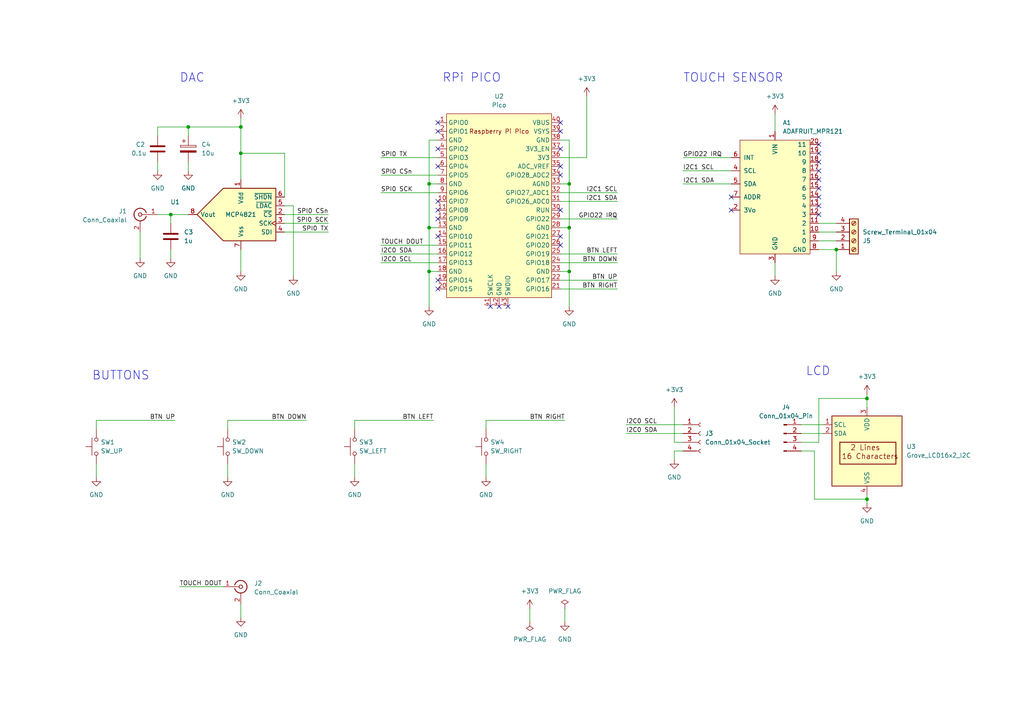
<source format=kicad_sch>
(kicad_sch (version 20250114) (generator "eeschema") (generator_version "9.0")
  (paper "A4")
  (title_block (date "2023-11-15"))
  (lib_symbols
    (symbol "AG_Displays:Grove_LCD16x2_I2C"
      (property "Reference" "U" (at -8.89 11.43 0))
      (property "Value" "Grove_LCD16x2_I2C" (at 3.556 11.684 0))
      (symbol "Grove_LCD16x2_I2C_0_0"
        (rectangle (start -7.874 2.54) (end 8.382 -3.81) (stroke (width 0.254)))
      )
      (symbol "Grove_LCD16x2_I2C_0_1"
        (rectangle (start -10.16 10.16) (end 10.16 -10.16) (stroke (width 0.254)) (fill (type background)))
      )
      (symbol "Grove_LCD16x2_I2C_1_0"
        (text "16 Characters" (at -7.366 -1.524 0) (effects (font (size 1.524 1.524)) (justify left)))
        (text "2 Lines" (at -4.826 1.016 0) (effects (font (size 1.524 1.524)) (justify left)))
      )
      (symbol "Grove_LCD16x2_I2C_1_1"
        (pin input line (at -12.7 7.62 0) (length 2.54) (name "SCL") (number "1"))
        (pin bidirectional line (at -12.7 5.08 0) (length 2.54) (name "SDA") (number "2"))
        (pin power_in line (at 0 12.7 270) (length 2.54) (name "VDD") (number "3"))
        (pin power_in line (at 0 -12.7 90) (length 2.54) (name "VSS") (number "4"))
      )
    )
    (symbol "AG_Sensors:ADAFRUIT_MPR121" (pin_names (offset 1.016))
      (property "Reference" "A" (at 5.08 13.97 0))
      (property "Value" "ADAFRUIT_MPR121" (at 2.54 16.51 0))
      (symbol "ADAFRUIT_MPR121_1_1"
        (rectangle (start -8.89 11.43) (end 11.43 -21.59) (fill (type background)))
        (pin passive line (at -11.43 6.35 0) (length 2.54) (name "INT") (number "6"))
        (pin passive line (at -11.43 2.54 0) (length 2.54) (name "SCL") (number "4"))
        (pin passive line (at -11.43 -1.27 0) (length 2.54) (name "SDA") (number "5"))
        (pin passive line (at -11.43 -5.08 0) (length 2.54) (name "ADDR") (number "7"))
        (pin power_out line (at -11.43 -8.89 0) (length 2.54) (name "3Vo") (number "2"))
        (pin power_in line (at 1.27 13.97 270) (length 2.54) (name "VIN") (number "1"))
        (pin power_in line (at 1.27 -24.13 90) (length 2.54) (name "GND") (number "3"))
        (pin passive line (at 13.97 10.16 180) (length 2.54) (name "11") (number "20"))
        (pin passive line (at 13.97 7.62 180) (length 2.54) (name "10") (number "19"))
        (pin passive line (at 13.97 5.08 180) (length 2.54) (name "9") (number "18"))
        (pin passive line (at 13.97 2.54 180) (length 2.54) (name "8") (number "17"))
        (pin passive line (at 13.97 0 180) (length 2.54) (name "7") (number "16"))
        (pin passive line (at 13.97 -2.54 180) (length 2.54) (name "6") (number "15"))
        (pin passive line (at 13.97 -5.08 180) (length 2.54) (name "5") (number "14"))
        (pin passive line (at 13.97 -7.62 180) (length 2.54) (name "4") (number "13"))
        (pin passive line (at 13.97 -10.16 180) (length 2.54) (name "3") (number "12"))
        (pin passive line (at 13.97 -12.7 180) (length 2.54) (name "2") (number "11"))
        (pin passive line (at 13.97 -15.24 180) (length 2.54) (name "1") (number "10"))
        (pin passive line (at 13.97 -17.78 180) (length 2.54) (name "0") (number "9"))
        (pin power_in line (at 13.97 -20.32 180) (length 2.54) (name "GND") (number "8"))
      )
    )
    (symbol "Analog_DAC:MCP4821" (pin_names (offset 1.016))
      (property "Reference" "U" (at 1.27 10.795 0))
      (property "Value" "MCP4821" (at 1.27 8.89 0))
      (symbol "MCP4821_0_0"
        (polyline (pts (xy 12.7 0) (xy 5.08 7.62) (xy -10.16 7.62) (xy -10.16 -7.62) (xy 5.08 -7.62) (xy 12.7 0)) (stroke (width 0.254)) (fill (type background)))
      )
      (symbol "MCP4821_1_1"
        (pin input line (at -12.7 5.08 0) (length 2.54) (name "~{SHDN}") (number "6"))
        (pin input line (at -12.7 2.54 0) (length 2.54) (name "~{LDAC}") (number "5"))
        (pin input line (at -12.7 0 0) (length 2.54) (name "~{CS}") (number "2"))
        (pin input clock (at -12.7 -2.54 0) (length 2.54) (name "SCK") (number "3"))
        (pin input line (at -12.7 -5.08 0) (length 2.54) (name "SDI") (number "4"))
        (pin power_in line (at 0 10.16 270) (length 2.54) (name "Vdd") (number "1"))
        (pin power_in line (at 0 -10.16 90) (length 2.54) (name "Vss") (number "7"))
        (pin output line (at 15.24 0 180) (length 2.54) (name "Vout") (number "8"))
      )
    )
    (symbol "Connector:Conn_01x04_Pin" (pin_names (offset 1.016) (hide yes))
      (property "Reference" "J" (at 0 5.08 0))
      (property "Value" "Conn_01x04_Pin" (at 0 -7.62 0))
      (symbol "Conn_01x04_Pin_1_1"
        (rectangle (start 0.8636 2.667) (end 0 2.413) (stroke (width 0.1524)) (fill (type outline)))
        (rectangle (start 0.8636 0.127) (end 0 -0.127) (stroke (width 0.1524)) (fill (type outline)))
        (rectangle (start 0.8636 -2.413) (end 0 -2.667) (stroke (width 0.1524)) (fill (type outline)))
        (rectangle (start 0.8636 -4.953) (end 0 -5.207) (stroke (width 0.1524)) (fill (type outline)))
        (polyline (pts (xy 1.27 2.54) (xy 0.8636 2.54)) (stroke (width 0.1524)))
        (polyline (pts (xy 1.27 0) (xy 0.8636 0)) (stroke (width 0.1524)))
        (polyline (pts (xy 1.27 -2.54) (xy 0.8636 -2.54)) (stroke (width 0.1524)))
        (polyline (pts (xy 1.27 -5.08) (xy 0.8636 -5.08)) (stroke (width 0.1524)))
        (pin passive line (at 5.08 2.54 180) (length 3.81) (name "Pin_1") (number "1"))
        (pin passive line (at 5.08 0 180) (length 3.81) (name "Pin_2") (number "2"))
        (pin passive line (at 5.08 -2.54 180) (length 3.81) (name "Pin_3") (number "3"))
        (pin passive line (at 5.08 -5.08 180) (length 3.81) (name "Pin_4") (number "4"))
      )
    )
    (symbol "Connector:Conn_01x04_Socket" (pin_names (offset 1.016) (hide yes))
      (property "Reference" "J" (at 0 5.08 0))
      (property "Value" "Conn_01x04_Socket" (at 0 -7.62 0))
      (symbol "Conn_01x04_Socket_1_1"
        (polyline (pts (xy -1.27 2.54) (xy -0.508 2.54)) (stroke (width 0.1524)))
        (polyline (pts (xy -1.27 0) (xy -0.508 0)) (stroke (width 0.1524)))
        (polyline (pts (xy -1.27 -2.54) (xy -0.508 -2.54)) (stroke (width 0.1524)))
        (polyline (pts (xy -1.27 -5.08) (xy -0.508 -5.08)) (stroke (width 0.1524)))
        (arc (start 0 2.032) (mid -0.5058 2.54) (end 0 3.048) (stroke (width 0.1524)))
        (arc (start 0 -0.508) (mid -0.5058 0) (end 0 0.508) (stroke (width 0.1524)))
        (arc (start 0 -3.048) (mid -0.5058 -2.54) (end 0 -2.032) (stroke (width 0.1524)))
        (arc (start 0 -5.588) (mid -0.5058 -5.08) (end 0 -4.572) (stroke (width 0.1524)))
        (pin passive line (at -5.08 2.54 0) (length 3.81) (name "Pin_1") (number "1"))
        (pin passive line (at -5.08 0 0) (length 3.81) (name "Pin_2") (number "2"))
        (pin passive line (at -5.08 -2.54 0) (length 3.81) (name "Pin_3") (number "3"))
        (pin passive line (at -5.08 -5.08 0) (length 3.81) (name "Pin_4") (number "4"))
      )
    )
    (symbol "Connector:Conn_Coaxial" (pin_names (offset 1.016) (hide yes))
      (property "Reference" "J" (at 0.254 3.048 0))
      (property "Value" "Conn_Coaxial" (at 2.921 0 90))
      (symbol "Conn_Coaxial_0_1"
        (polyline (pts (xy -2.54 0) (xy -0.508 0)))
        (arc (start 1.778 0) (mid 0.222 -1.8079) (end -1.778 -0.508) (stroke (width 0.254)))
        (arc (start -1.778 0.508) (mid 0.2221 1.8084) (end 1.778 0) (stroke (width 0.254)))
        (circle (center 0 0) (radius 0.508) (stroke (width 0.2032)))
        (polyline (pts (xy 0 -2.54) (xy 0 -1.778)))
      )
      (symbol "Conn_Coaxial_1_1"
        (pin passive line (at -5.08 0 0) (length 2.54) (name "In") (number "1"))
        (pin passive line (at 0 -5.08 90) (length 2.54) (name "Ext") (number "2"))
      )
    )
    (symbol "Connector:Screw_Terminal_01x04" (pin_names (offset 1.016) (hide yes))
      (property "Reference" "J" (at 0 5.08 0))
      (property "Value" "Screw_Terminal_01x04" (at 0 -7.62 0))
      (symbol "Screw_Terminal_01x04_1_1"
        (rectangle (start -1.27 3.81) (end 1.27 -6.35) (stroke (width 0.254)) (fill (type background)))
        (polyline (pts (xy -0.5334 2.8702) (xy 0.3302 2.032)) (stroke (width 0.1524)))
        (polyline (pts (xy -0.5334 0.3302) (xy 0.3302 -0.508)) (stroke (width 0.1524)))
        (polyline (pts (xy -0.5334 -2.2098) (xy 0.3302 -3.048)) (stroke (width 0.1524)))
        (polyline (pts (xy -0.5334 -4.7498) (xy 0.3302 -5.588)) (stroke (width 0.1524)))
        (polyline (pts (xy -0.3556 3.048) (xy 0.508 2.2098)) (stroke (width 0.1524)))
        (polyline (pts (xy -0.3556 0.508) (xy 0.508 -0.3302)) (stroke (width 0.1524)))
        (polyline (pts (xy -0.3556 -2.032) (xy 0.508 -2.8702)) (stroke (width 0.1524)))
        (polyline (pts (xy -0.3556 -4.572) (xy 0.508 -5.4102)) (stroke (width 0.1524)))
        (circle (center 0 2.54) (radius 0.635) (stroke (width 0.1524)))
        (circle (center 0 0) (radius 0.635) (stroke (width 0.1524)))
        (circle (center 0 -2.54) (radius 0.635) (stroke (width 0.1524)))
        (circle (center 0 -5.08) (radius 0.635) (stroke (width 0.1524)))
        (pin passive line (at -5.08 2.54 0) (length 3.81) (name "Pin_1") (number "1"))
        (pin passive line (at -5.08 0 0) (length 3.81) (name "Pin_2") (number "2"))
        (pin passive line (at -5.08 -2.54 0) (length 3.81) (name "Pin_3") (number "3"))
        (pin passive line (at -5.08 -5.08 0) (length 3.81) (name "Pin_4") (number "4"))
      )
    )
    (symbol "Device:C" (pin_numbers (hide yes)) (pin_names (offset 0.254))
      (property "Reference" "C" (at 0.635 2.54 0))
      (property "Value" "C" (at 0.635 -2.54 0))
      (symbol "C_0_1"
        (polyline (pts (xy -2.032 0.762) (xy 2.032 0.762)) (stroke (width 0.508)))
        (polyline (pts (xy -2.032 -0.762) (xy 2.032 -0.762)) (stroke (width 0.508)))
      )
      (symbol "C_1_1"
        (pin passive line (at 0 3.81 270) (length 2.794) (name "~") (number "1"))
        (pin passive line (at 0 -3.81 90) (length 2.794) (name "~") (number "2"))
      )
    )
    (symbol "Device:C_Polarized" (pin_numbers (hide yes)) (pin_names (offset 0.254))
      (property "Reference" "C" (at 0.635 2.54 0))
      (property "Value" "C_Polarized" (at 0.635 -2.54 0))
      (symbol "C_Polarized_0_1"
        (rectangle (start -2.286 0.508) (end 2.286 1.016))
        (polyline (pts (xy -1.778 2.286) (xy -0.762 2.286)))
        (polyline (pts (xy -1.27 2.794) (xy -1.27 1.778)))
        (rectangle (start 2.286 -0.508) (end -2.286 -1.016) (fill (type outline)))
      )
      (symbol "C_Polarized_1_1"
        (pin passive line (at 0 3.81 270) (length 2.794) (name "~") (number "1"))
        (pin passive line (at 0 -3.81 90) (length 2.794) (name "~") (number "2"))
      )
    )
    (symbol "MCU_Pico:Pico"
      (property "Reference" "U" (at -13.97 27.94 0))
      (property "Value" "Pico" (at 0 19.05 0))
      (symbol "Pico_0_0"
        (text "Raspberry Pi Pico" (at 0 21.59 0) (effects (font (size 1.27 1.27))))
      )
      (symbol "Pico_0_1"
        (rectangle (start -15.24 26.67) (end 15.24 -26.67) (fill (type background)))
      )
      (symbol "Pico_1_1"
        (pin bidirectional line (at -17.78 24.13 0) (length 2.54) (name "GPIO0") (number "1"))
        (pin bidirectional line (at -17.78 21.59 0) (length 2.54) (name "GPIO1") (number "2"))
        (pin power_in line (at -17.78 19.05 0) (length 2.54) (name "GND") (number "3"))
        (pin bidirectional line (at -17.78 16.51 0) (length 2.54) (name "GPIO2") (number "4"))
        (pin bidirectional line (at -17.78 13.97 0) (length 2.54) (name "GPIO3") (number "5"))
        (pin bidirectional line (at -17.78 11.43 0) (length 2.54) (name "GPIO4") (number "6"))
        (pin bidirectional line (at -17.78 8.89 0) (length 2.54) (name "GPIO5") (number "7"))
        (pin power_in line (at -17.78 6.35 0) (length 2.54) (name "GND") (number "8"))
        (pin bidirectional line (at -17.78 3.81 0) (length 2.54) (name "GPIO6") (number "9"))
        (pin bidirectional line (at -17.78 1.27 0) (length 2.54) (name "GPIO7") (number "10"))
        (pin bidirectional line (at -17.78 -1.27 0) (length 2.54) (name "GPIO8") (number "11"))
        (pin bidirectional line (at -17.78 -3.81 0) (length 2.54) (name "GPIO9") (number "12"))
        (pin power_in line (at -17.78 -6.35 0) (length 2.54) (name "GND") (number "13"))
        (pin bidirectional line (at -17.78 -8.89 0) (length 2.54) (name "GPIO10") (number "14"))
        (pin bidirectional line (at -17.78 -11.43 0) (length 2.54) (name "GPIO11") (number "15"))
        (pin bidirectional line (at -17.78 -13.97 0) (length 2.54) (name "GPIO12") (number "16"))
        (pin bidirectional line (at -17.78 -16.51 0) (length 2.54) (name "GPIO13") (number "17"))
        (pin power_in line (at -17.78 -19.05 0) (length 2.54) (name "GND") (number "18"))
        (pin bidirectional line (at -17.78 -21.59 0) (length 2.54) (name "GPIO14") (number "19"))
        (pin bidirectional line (at -17.78 -24.13 0) (length 2.54) (name "GPIO15") (number "20"))
        (pin input line (at -2.54 -29.21 90) (length 2.54) (name "SWCLK") (number "41"))
        (pin power_in line (at 0 -29.21 90) (length 2.54) (name "GND") (number "42"))
        (pin bidirectional line (at 2.54 -29.21 90) (length 2.54) (name "SWDIO") (number "43"))
        (pin power_in line (at 17.78 24.13 180) (length 2.54) (name "VBUS") (number "40"))
        (pin power_in line (at 17.78 21.59 180) (length 2.54) (name "VSYS") (number "39"))
        (pin power_in line (at 17.78 19.05 180) (length 2.54) (name "GND") (number "38"))
        (pin input line (at 17.78 16.51 180) (length 2.54) (name "3V3_EN") (number "37"))
        (pin power_in line (at 17.78 13.97 180) (length 2.54) (name "3V3") (number "36"))
        (pin power_in line (at 17.78 11.43 180) (length 2.54) (name "ADC_VREF") (number "35"))
        (pin bidirectional line (at 17.78 8.89 180) (length 2.54) (name "GPIO28_ADC2") (number "34"))
        (pin power_in line (at 17.78 6.35 180) (length 2.54) (name "AGND") (number "33"))
        (pin bidirectional line (at 17.78 3.81 180) (length 2.54) (name "GPIO27_ADC1") (number "32"))
        (pin bidirectional line (at 17.78 1.27 180) (length 2.54) (name "GPIO26_ADC0") (number "31"))
        (pin input line (at 17.78 -1.27 180) (length 2.54) (name "RUN") (number "30"))
        (pin bidirectional line (at 17.78 -3.81 180) (length 2.54) (name "GPIO22") (number "29"))
        (pin power_in line (at 17.78 -6.35 180) (length 2.54) (name "GND") (number "28"))
        (pin bidirectional line (at 17.78 -8.89 180) (length 2.54) (name "GPIO21") (number "27"))
        (pin bidirectional line (at 17.78 -11.43 180) (length 2.54) (name "GPIO20") (number "26"))
        (pin bidirectional line (at 17.78 -13.97 180) (length 2.54) (name "GPIO19") (number "25"))
        (pin bidirectional line (at 17.78 -16.51 180) (length 2.54) (name "GPIO18") (number "24"))
        (pin power_in line (at 17.78 -19.05 180) (length 2.54) (name "GND") (number "23"))
        (pin bidirectional line (at 17.78 -21.59 180) (length 2.54) (name "GPIO17") (number "22"))
        (pin bidirectional line (at 17.78 -24.13 180) (length 2.54) (name "GPIO16") (number "21"))
      )
    )
    (symbol "Switch:SW_Push" (pin_numbers (hide yes)) (pin_names (offset 1.016) (hide yes))
      (property "Reference" "SW" (at 1.27 2.54 0))
      (property "Value" "SW_Push" (at 0 -1.524 0))
      (symbol "SW_Push_0_1"
        (circle (center -2.032 0) (radius 0.508))
        (polyline (pts (xy 0 1.27) (xy 0 3.048)))
        (circle (center 2.032 0) (radius 0.508))
        (polyline (pts (xy 2.54 1.27) (xy -2.54 1.27)))
        (pin passive line (at -5.08 0 0) (length 2.54) (name "1") (number "1"))
        (pin passive line (at 5.08 0 180) (length 2.54) (name "2") (number "2"))
      )
    )
    (symbol "power:+3V3" (power) (pin_names (offset 0))
      (property "Value" "+3V3" (at 0 3.556 0))
      (symbol "+3V3_0_1"
        (polyline (pts (xy -0.762 1.27) (xy 0 2.54)))
        (polyline (pts (xy 0 2.54) (xy 0.762 1.27)))
        (polyline (pts (xy 0 0) (xy 0 2.54)))
      )
      (symbol "+3V3_1_1"
        (pin power_in line (at 0 0 90) (length 0) (hide yes) (name "+3V3") (number "1"))
      )
    )
    (symbol "power:GND" (power) (pin_names (offset 0))
      (property "Value" "GND" (at 0 -3.81 0))
      (symbol "GND_0_1"
        (polyline (pts (xy 0 0) (xy 0 -1.27) (xy 1.27 -1.27) (xy 0 -2.54) (xy -1.27 -1.27) (xy 0 -1.27)))
      )
      (symbol "GND_1_1"
        (pin power_in line (at 0 0 270) (length 0) (hide yes) (name "GND") (number "1"))
      )
    )
    (symbol "power:PWR_FLAG" (power) (pin_numbers (hide yes)) (pin_names (offset 0) (hide yes))
      (property "Value" "PWR_FLAG" (at 0 3.81 0))
      (symbol "PWR_FLAG_0_0"
        (pin power_out line (at 0 0 90) (length 0) (name "pwr") (number "1"))
      )
      (symbol "PWR_FLAG_0_1"
        (polyline (pts (xy 0 0) (xy 0 1.27) (xy -1.016 1.905) (xy 0 2.54) (xy 1.016 1.905) (xy 0 1.27)))
      )
    )
  )
  (text "BUTTONS" (at 26.67 110.49 0) (effects (font (size 2.5 2.5)) (justify left bottom)))
  (text "TOUCH SENSOR" (at 198.12 24.13 0) (effects (font (size 2.5 2.5)) (justify left bottom)))
  (text "LCD" (at 233.68 109.22 0) (effects (font (size 2.5 2.5)) (justify left bottom)))
  (text "DAC" (at 52.07 24.13 0) (effects (font (size 2.5 2.5)) (justify left bottom)))
  (text "RPi PICO" (at 128.27 24.13 0) (effects (font (size 2.5 2.5)) (justify left bottom)))
  (junction (at 165.1 78.74))
  (junction (at 124.46 78.74))
  (junction (at 251.46 144.78))
  (junction (at 54.61 36.83))
  (junction (at 251.46 115.57))
  (junction (at 242.57 72.39))
  (junction (at 165.1 66.04))
  (junction (at 124.46 66.04))
  (junction (at 49.53 62.23))
  (junction (at 69.85 36.83))
  (junction (at 165.1 53.34))
  (junction (at 124.46 53.34))
  (junction (at 69.85 44.45))
  (no_connect (at 237.49 57.15))
  (no_connect (at 237.49 59.69))
  (no_connect (at 127 68.58))
  (no_connect (at 237.49 44.45))
  (no_connect (at 127 58.42))
  (no_connect (at 162.56 71.12))
  (no_connect (at 147.32 88.9))
  (no_connect (at 144.78 88.9))
  (no_connect (at 127 60.96))
  (no_connect (at 127 48.26))
  (no_connect (at 162.56 43.18))
  (no_connect (at 127 38.1))
  (no_connect (at 162.56 60.96))
  (no_connect (at 162.56 68.58))
  (no_connect (at 212.09 57.15))
  (no_connect (at 237.49 54.61))
  (no_connect (at 237.49 41.91))
  (no_connect (at 127 81.28))
  (no_connect (at 237.49 52.07))
  (no_connect (at 162.56 48.26))
  (no_connect (at 237.49 49.53))
  (no_connect (at 162.56 35.56))
  (no_connect (at 127 63.5))
  (no_connect (at 142.24 88.9))
  (no_connect (at 162.56 38.1))
  (no_connect (at 162.56 50.8))
  (no_connect (at 127 35.56))
  (no_connect (at 127 83.82))
  (no_connect (at 237.49 46.99))
  (no_connect (at 212.09 60.96))
  (no_connect (at 237.49 62.23))
  (no_connect (at 127 43.18))
  (wire (pts (xy 162.56 40.64) (xy 165.1 40.64)))
  (wire (pts (xy 165.1 66.04) (xy 165.1 78.74)))
  (wire (pts (xy 82.55 57.15) (xy 82.55 44.45)))
  (wire (pts (xy 181.61 125.73) (xy 198.12 125.73)))
  (wire (pts (xy 198.12 53.34) (xy 212.09 53.34)))
  (wire (pts (xy 124.46 53.34) (xy 124.46 66.04)))
  (wire (pts (xy 198.12 45.72) (xy 212.09 45.72)))
  (wire (pts (xy 232.41 128.27) (xy 237.49 128.27)))
  (wire (pts (xy 237.49 72.39) (xy 242.57 72.39)))
  (wire (pts (xy 69.85 72.39) (xy 69.85 78.74)))
  (wire (pts (xy 162.56 58.42) (xy 179.07 58.42)))
  (wire (pts (xy 236.22 144.78) (xy 251.46 144.78)))
  (wire (pts (xy 66.04 134.62) (xy 66.04 138.43)))
  (wire (pts (xy 140.97 134.62) (xy 140.97 138.43)))
  (wire (pts (xy 66.04 121.92) (xy 88.9 121.92)))
  (wire (pts (xy 163.83 176.53) (xy 163.83 180.34)))
  (wire (pts (xy 251.46 114.3) (xy 251.46 115.57)))
  (wire (pts (xy 124.46 78.74) (xy 124.46 88.9)))
  (wire (pts (xy 85.09 59.69) (xy 85.09 80.01)))
  (wire (pts (xy 49.53 72.39) (xy 49.53 74.93)))
  (wire (pts (xy 162.56 45.72) (xy 170.18 45.72)))
  (wire (pts (xy 69.85 36.83) (xy 69.85 44.45)))
  (wire (pts (xy 237.49 128.27) (xy 237.49 115.57)))
  (wire (pts (xy 165.1 40.64) (xy 165.1 53.34)))
  (wire (pts (xy 224.79 76.2) (xy 224.79 80.01)))
  (wire (pts (xy 102.87 124.46) (xy 102.87 121.92)))
  (wire (pts (xy 195.58 133.35) (xy 195.58 130.81)))
  (wire (pts (xy 162.56 73.66) (xy 179.07 73.66)))
  (wire (pts (xy 236.22 130.81) (xy 232.41 130.81)))
  (wire (pts (xy 236.22 130.81) (xy 236.22 144.78)))
  (wire (pts (xy 162.56 83.82) (xy 179.07 83.82)))
  (wire (pts (xy 140.97 124.46) (xy 140.97 121.92)))
  (wire (pts (xy 198.12 128.27) (xy 195.58 128.27)))
  (wire (pts (xy 102.87 121.92) (xy 125.73 121.92)))
  (wire (pts (xy 195.58 130.81) (xy 198.12 130.81)))
  (wire (pts (xy 40.64 67.31) (xy 40.64 74.93)))
  (wire (pts (xy 124.46 53.34) (xy 127 53.34)))
  (wire (pts (xy 124.46 40.64) (xy 124.46 53.34)))
  (wire (pts (xy 237.49 69.85) (xy 242.57 69.85)))
  (wire (pts (xy 232.41 123.19) (xy 238.76 123.19)))
  (wire (pts (xy 66.04 124.46) (xy 66.04 121.92)))
  (wire (pts (xy 27.94 121.92) (xy 50.8 121.92)))
  (wire (pts (xy 251.46 144.78) (xy 251.46 146.05)))
  (wire (pts (xy 95.25 67.31) (xy 82.55 67.31)))
  (wire (pts (xy 224.79 33.02) (xy 224.79 38.1)))
  (wire (pts (xy 162.56 55.88) (xy 179.07 55.88)))
  (wire (pts (xy 162.56 66.04) (xy 165.1 66.04)))
  (wire (pts (xy 251.46 115.57) (xy 251.46 118.11)))
  (wire (pts (xy 27.94 134.62) (xy 27.94 138.43)))
  (wire (pts (xy 95.25 62.23) (xy 82.55 62.23)))
  (wire (pts (xy 69.85 175.26) (xy 69.85 179.07)))
  (wire (pts (xy 54.61 36.83) (xy 69.85 36.83)))
  (wire (pts (xy 162.56 63.5) (xy 179.07 63.5)))
  (wire (pts (xy 45.72 62.23) (xy 49.53 62.23)))
  (wire (pts (xy 52.07 170.18) (xy 64.77 170.18)))
  (wire (pts (xy 127 40.64) (xy 124.46 40.64)))
  (wire (pts (xy 162.56 53.34) (xy 165.1 53.34)))
  (wire (pts (xy 232.41 125.73) (xy 238.76 125.73)))
  (wire (pts (xy 127 73.66) (xy 110.49 73.66)))
  (wire (pts (xy 102.87 134.62) (xy 102.87 138.43)))
  (wire (pts (xy 237.49 67.31) (xy 242.57 67.31)))
  (wire (pts (xy 110.49 45.72) (xy 127 45.72)))
  (wire (pts (xy 124.46 66.04) (xy 124.46 78.74)))
  (wire (pts (xy 195.58 128.27) (xy 195.58 118.11)))
  (wire (pts (xy 49.53 62.23) (xy 54.61 62.23)))
  (wire (pts (xy 82.55 59.69) (xy 85.09 59.69)))
  (wire (pts (xy 162.56 81.28) (xy 179.07 81.28)))
  (wire (pts (xy 110.49 50.8) (xy 127 50.8)))
  (wire (pts (xy 54.61 39.37) (xy 54.61 36.83)))
  (wire (pts (xy 124.46 66.04) (xy 127 66.04)))
  (wire (pts (xy 45.72 46.99) (xy 45.72 49.53)))
  (wire (pts (xy 49.53 62.23) (xy 49.53 64.77)))
  (wire (pts (xy 110.49 76.2) (xy 127 76.2)))
  (wire (pts (xy 165.1 53.34) (xy 165.1 66.04)))
  (wire (pts (xy 95.25 64.77) (xy 82.55 64.77)))
  (wire (pts (xy 181.61 123.19) (xy 198.12 123.19)))
  (wire (pts (xy 45.72 39.37) (xy 45.72 36.83)))
  (wire (pts (xy 124.46 78.74) (xy 127 78.74)))
  (wire (pts (xy 237.49 115.57) (xy 251.46 115.57)))
  (wire (pts (xy 69.85 34.29) (xy 69.85 36.83)))
  (wire (pts (xy 110.49 71.12) (xy 127 71.12)))
  (wire (pts (xy 45.72 36.83) (xy 54.61 36.83)))
  (wire (pts (xy 165.1 78.74) (xy 165.1 88.9)))
  (wire (pts (xy 170.18 27.94) (xy 170.18 45.72)))
  (wire (pts (xy 198.12 49.53) (xy 212.09 49.53)))
  (wire (pts (xy 162.56 78.74) (xy 165.1 78.74)))
  (wire (pts (xy 82.55 44.45) (xy 69.85 44.45)))
  (wire (pts (xy 54.61 46.99) (xy 54.61 49.53)))
  (wire (pts (xy 251.46 143.51) (xy 251.46 144.78)))
  (wire (pts (xy 237.49 64.77) (xy 242.57 64.77)))
  (wire (pts (xy 140.97 121.92) (xy 163.83 121.92)))
  (wire (pts (xy 69.85 44.45) (xy 69.85 52.07)))
  (wire (pts (xy 27.94 124.46) (xy 27.94 121.92)))
  (wire (pts (xy 162.56 76.2) (xy 179.07 76.2)))
  (wire (pts (xy 153.67 176.53) (xy 153.67 180.34)))
  (wire (pts (xy 110.49 55.88) (xy 127 55.88)))
  (wire (pts (xy 242.57 72.39) (xy 242.57 78.74)))
  (label "SPI0 TX" (at 110.49 45.72 0))
  (label "SPI0 CSn" (at 110.49 50.8 0))
  (label "SPI0 TX" (at 95.25 67.31 180))
  (label "I2C1 SCL" (at 198.12 49.53 0))
  (label "I2C0 SCL" (at 181.61 123.19 0))
  (label "SPI0 SCK" (at 110.49 55.88 0))
  (label "BTN UP" (at 50.8 121.92 180))
  (label "I2C0 SDA" (at 110.49 73.66 0))
  (label "BTN UP" (at 179.07 81.28 180))
  (label "BTN RIGHT" (at 179.07 83.82 180))
  (label "GPIO22 IRQ" (at 198.12 45.72 0))
  (label "SPI0 CSn" (at 95.25 62.23 180))
  (label "BTN LEFT" (at 179.07 73.66 180))
  (label "I2C0 SCL" (at 110.49 76.2 0))
  (label "BTN LEFT" (at 125.73 121.92 180))
  (label "BTN DOWN" (at 179.07 76.2 180))
  (label "GPIO22 IRQ" (at 179.07 63.5 180))
  (label "BTN DOWN" (at 88.9 121.92 180))
  (label "I2C0 SDA" (at 181.61 125.73 0))
  (label "I2C1 SDA" (at 179.07 58.42 180))
  (label "TOUCH DOUT" (at 52.07 170.18 0))
  (label "TOUCH DOUT" (at 110.49 71.12 0))
  (label "I2C1 SDA" (at 198.12 53.34 0))
  (label "SPI0 SCK" (at 95.25 64.77 180))
  (label "I2C1 SCL" (at 179.07 55.88 180))
  (label "BTN RIGHT" (at 163.83 121.92 180))
  (symbol (lib_id "power:GND") (at 165.1 88.9 0) (unit 1)
    (property "Reference" "#PWR020" (effects (hide yes)))
    (property "Value" "GND" (at 165.1 93.98 0))
  )
  (symbol (lib_id "Connector:Conn_Coaxial") (at 69.85 170.18 0) (unit 1)
    (property "Reference" "J2" (at 73.66 169.2032 0) (effects (justify left)))
    (property "Value" "Conn_Coaxial" (at 73.66 171.7432 0) (effects (justify left)))
    (property "Footprint" "Connector_Coaxial:BNC_Amphenol_B6252HB-NPP3G-50_Horizontal" (effects (hide yes)))
    (property "Datasheet" " ~" (effects (hide yes)))
  )
  (symbol (lib_id "power:GND") (at 140.97 138.43 0) (unit 1)
    (property "Reference" "#PWR016" (effects (hide yes)))
    (property "Value" "GND" (at 140.97 143.51 0))
  )
  (symbol (lib_id "AG_Sensors:ADAFRUIT_MPR121") (at 223.52 52.07 0) (unit 1)
    (property "Reference" "A1" (at 226.9841 35.56 0) (effects (justify left)))
    (property "Value" "ADAFRUIT_MPR121" (at 226.9841 38.1 0) (effects (justify left)))
    (property "Footprint" "AG_Sensors:ADAFRUIT_MPR121" (effects (hide yes)))
  )
  (symbol (lib_id "power:GND") (at 242.57 78.74 0) (unit 1)
    (property "Reference" "#PWR026" (effects (hide yes)))
    (property "Value" "GND" (at 242.57 83.82 0))
  )
  (symbol (lib_id "Switch:SW_Push") (at 66.04 129.54 90) (unit 1)
    (property "Reference" "SW2" (at 67.31 128.27 90) (effects (justify right)))
    (property "Value" "SW_DOWN" (at 67.31 130.81 90) (effects (justify right)))
    (property "Footprint" "Button_Switch_THT:SW_PUSH_6mm" (effects (hide yes)))
  )
  (symbol (lib_id "power:GND") (at 85.09 80.01 0) (unit 1)
    (property "Reference" "#PWR012" (effects (hide yes)))
    (property "Value" "GND" (at 85.09 85.09 0))
  )
  (symbol (lib_id "power:GND") (at 163.83 180.34 0) (unit 1)
    (property "Reference" "#PWR019" (effects (hide yes)))
    (property "Value" "GND" (at 163.83 185.42 0))
  )
  (symbol (lib_id "power:GND") (at 195.58 133.35 0) (unit 1)
    (property "Reference" "#PWR023" (effects (hide yes)))
    (property "Value" "GND" (at 195.58 138.43 0))
  )
  (symbol (lib_id "Device:C") (at 49.53 68.58 0) (unit 1)
    (property "Reference" "C3" (at 53.34 67.31 0) (effects (justify left)))
    (property "Value" "1u" (at 53.34 69.85 0) (effects (justify left)))
    (property "Footprint" "Capacitor_THT:C_Disc_D5.0mm_W2.5mm_P2.50mm" (effects (hide yes)))
  )
  (symbol (lib_id "power:GND") (at 224.79 80.01 0) (unit 1)
    (property "Reference" "#PWR025" (effects (hide yes)))
    (property "Value" "GND" (at 224.79 85.09 0))
  )
  (symbol (lib_id "Connector:Conn_01x04_Pin") (at 227.33 125.73 0) (unit 1)
    (property "Reference" "J4" (at 227.965 118.11 0))
    (property "Value" "Conn_01x04_Pin" (at 227.965 120.65 0))
    (property "Footprint" "Connector_Molex:Molex_Nano-Fit_105313-xx04_1x04_P2.50mm_Horizontal" (effects (hide yes)))
  )
  (symbol (lib_id "power:GND") (at 45.72 49.53 0) (unit 1)
    (property "Reference" "#PWR04" (effects (hide yes)))
    (property "Value" "GND" (at 45.72 54.61 0))
  )
  (symbol (lib_id "power:+3V3") (at 195.58 118.11 0) (unit 1)
    (property "Reference" "#PWR022" (effects (hide yes)))
    (property "Value" "+3V3" (at 195.58 113.03 0))
  )
  (symbol (lib_id "power:GND") (at 69.85 179.07 0) (unit 1)
    (property "Reference" "#PWR010" (effects (hide yes)))
    (property "Value" "GND" (at 69.85 184.15 0))
  )
  (symbol (lib_id "power:+3V3") (at 170.18 27.94 0) (unit 1)
    (property "Reference" "#PWR021" (effects (hide yes)))
    (property "Value" "+3V3" (at 170.18 22.86 0))
  )
  (symbol (lib_id "power:PWR_FLAG") (at 163.83 176.53 0) (unit 1)
    (property "Reference" "#FLG02" (effects (hide yes)))
    (property "Value" "PWR_FLAG" (at 163.83 171.45 0))
  )
  (symbol (lib_id "Device:C_Polarized") (at 54.61 43.18 0) (unit 1)
    (property "Reference" "C4" (at 58.42 41.91 0) (effects (justify left)))
    (property "Value" "10u" (at 58.42 44.45 0) (effects (justify left)))
    (property "Footprint" "Capacitor_THT:CP_Radial_Tantal_D5.0mm_P2.50mm" (effects (hide yes)))
  )
  (symbol (lib_id "Connector:Screw_Terminal_01x04") (at 247.65 69.85 0) (mirror x) (unit 1)
    (property "Reference" "J5" (at 250.19 69.85 0) (effects (justify left)))
    (property "Value" "Screw_Terminal_01x04" (at 250.19 67.31 0) (effects (justify left)))
    (property "Footprint" "TerminalBlock_Phoenix:TerminalBlock_Phoenix_MPT-0,5-4-2.54_1x04_P2.54mm_Horizontal" (effects (hide yes)))
  )
  (symbol (lib_id "power:+3V3") (at 69.85 34.29 0) (unit 1)
    (property "Reference" "#PWR08" (effects (hide yes)))
    (property "Value" "+3V3" (at 69.85 29.21 0))
  )
  (symbol (lib_id "Switch:SW_Push") (at 140.97 129.54 90) (unit 1)
    (property "Reference" "SW4" (at 142.24 128.27 90) (effects (justify right)))
    (property "Value" "SW_RIGHT" (at 142.24 130.81 90) (effects (justify right)))
    (property "Footprint" "Button_Switch_THT:SW_PUSH_6mm" (effects (hide yes)))
  )
  (symbol (lib_id "Connector:Conn_Coaxial") (at 40.64 62.23 0) (mirror y) (unit 1)
    (property "Reference" "J1" (at 36.83 61.2532 0) (effects (justify left)))
    (property "Value" "Conn_Coaxial" (at 36.83 63.7932 0) (effects (justify left)))
    (property "Footprint" "Connector_Coaxial:BNC_Amphenol_B6252HB-NPP3G-50_Horizontal" (effects (hide yes)))
    (property "Datasheet" " ~" (effects (hide yes)))
  )
  (symbol (lib_id "Switch:SW_Push") (at 102.87 129.54 90) (unit 1)
    (property "Reference" "SW3" (at 104.14 128.27 90) (effects (justify right)))
    (property "Value" "SW_LEFT" (at 104.14 130.81 90) (effects (justify right)))
    (property "Footprint" "Button_Switch_THT:SW_PUSH_6mm" (effects (hide yes)))
  )
  (symbol (lib_id "Analog_DAC:MCP4821") (at 69.85 62.23 0) (mirror y) (unit 1)
    (property "Reference" "U1" (at 50.8 58.5821 0))
    (property "Value" "MCP4821" (at 69.85 62.23 0))
    (property "Footprint" "Package_DIP:DIP-8_W7.62mm" (effects (hide yes)))
    (property "Datasheet" "http://ww1.microchip.com/downloads/en/DeviceDoc/22244B.pdf" (effects (hide yes)))
  )
  (symbol (lib_id "power:GND") (at 40.64 74.93 0) (unit 1)
    (property "Reference" "#PWR02" (effects (hide yes)))
    (property "Value" "GND" (at 40.64 80.01 0))
  )
  (symbol (lib_id "power:GND") (at 66.04 138.43 0) (unit 1)
    (property "Reference" "#PWR07" (effects (hide yes)))
    (property "Value" "GND" (at 66.04 143.51 0))
  )
  (symbol (lib_id "power:GND") (at 102.87 138.43 0) (unit 1)
    (property "Reference" "#PWR013" (effects (hide yes)))
    (property "Value" "GND" (at 102.87 143.51 0))
  )
  (symbol (lib_id "Device:C") (at 45.72 43.18 0) (unit 1)
    (property "Reference" "C2" (at 39.37 41.91 0) (effects (justify left)))
    (property "Value" "0.1u" (at 38.1 44.45 0) (effects (justify left)))
    (property "Footprint" "Capacitor_THT:C_Disc_D5.0mm_W2.5mm_P2.50mm" (effects (hide yes)))
  )
  (symbol (lib_id "MCU_Pico:Pico") (at 144.78 59.69 0) (unit 1)
    (property "Reference" "U2" (at 144.78 27.94 0))
    (property "Value" "Pico" (at 144.78 30.48 0))
    (property "Footprint" "MCU_Pico:RPi_Pico_SMD_TH" (effects (hide yes)))
  )
  (symbol (lib_id "Switch:SW_Push") (at 27.94 129.54 90) (unit 1)
    (property "Reference" "SW1" (at 29.21 128.27 90) (effects (justify right)))
    (property "Value" "SW_UP" (at 29.21 130.81 90) (effects (justify right)))
    (property "Footprint" "Button_Switch_THT:SW_PUSH_6mm" (effects (hide yes)))
  )
  (symbol (lib_id "power:GND") (at 49.53 74.93 0) (unit 1)
    (property "Reference" "#PWR05" (effects (hide yes)))
    (property "Value" "GND" (at 49.53 80.01 0))
  )
  (symbol (lib_id "Connector:Conn_01x04_Socket") (at 203.2 125.73 0) (unit 1)
    (property "Reference" "J3" (at 204.47 125.73 0) (effects (justify left)))
    (property "Value" "Conn_01x04_Socket" (at 204.47 128.27 0) (effects (justify left)))
    (property "Footprint" "Connector_Molex:Molex_Nano-Fit_105313-xx04_1x04_P2.50mm_Horizontal" (effects (hide yes)))
  )
  (symbol (lib_id "power:GND") (at 69.85 78.74 0) (unit 1)
    (property "Reference" "#PWR09" (effects (hide yes)))
    (property "Value" "GND" (at 69.85 83.82 0))
  )
  (symbol (lib_id "power:GND") (at 251.46 146.05 0) (unit 1)
    (property "Reference" "#PWR028" (effects (hide yes)))
    (property "Value" "GND" (at 251.46 151.13 0))
  )
  (symbol (lib_id "power:GND") (at 124.46 88.9 0) (unit 1)
    (property "Reference" "#PWR015" (effects (hide yes)))
    (property "Value" "GND" (at 124.46 93.98 0))
  )
  (symbol (lib_id "AG_Displays:Grove_LCD16x2_I2C") (at 251.46 130.81 0) (unit 1)
    (property "Reference" "U3" (at 262.89 129.54 0) (effects (justify left)))
    (property "Value" "Grove_LCD16x2_I2C" (at 262.89 132.08 0) (effects (justify left)))
    (property "Footprint" "AG_Displays:Grove_LCD16x2_I2C" (effects (hide yes)))
  )
  (symbol (lib_id "power:GND") (at 54.61 49.53 0) (unit 1)
    (property "Reference" "#PWR06" (effects (hide yes)))
    (property "Value" "GND" (at 54.61 54.61 0))
  )
  (symbol (lib_id "power:+3V3") (at 224.79 33.02 0) (unit 1)
    (property "Reference" "#PWR024" (effects (hide yes)))
    (property "Value" "+3V3" (at 224.79 27.94 0))
  )
  (symbol (lib_id "power:GND") (at 27.94 138.43 0) (unit 1)
    (property "Reference" "#PWR01" (effects (hide yes)))
    (property "Value" "GND" (at 27.94 143.51 0))
  )
  (symbol (lib_id "power:+3V3") (at 153.67 176.53 0) (unit 1)
    (property "Reference" "#PWR017" (effects (hide yes)))
    (property "Value" "+3V3" (at 153.67 171.45 0))
  )
  (symbol (lib_id "power:+3V3") (at 251.46 114.3 0) (unit 1)
    (property "Reference" "#PWR027" (effects (hide yes)))
    (property "Value" "+3V3" (at 251.46 109.22 0))
  )
  (symbol (lib_id "power:PWR_FLAG") (at 153.67 180.34 180) (unit 1)
    (property "Reference" "#FLG01" (effects (hide yes)))
    (property "Value" "PWR_FLAG" (at 153.67 185.42 0))
  )
)
</source>
